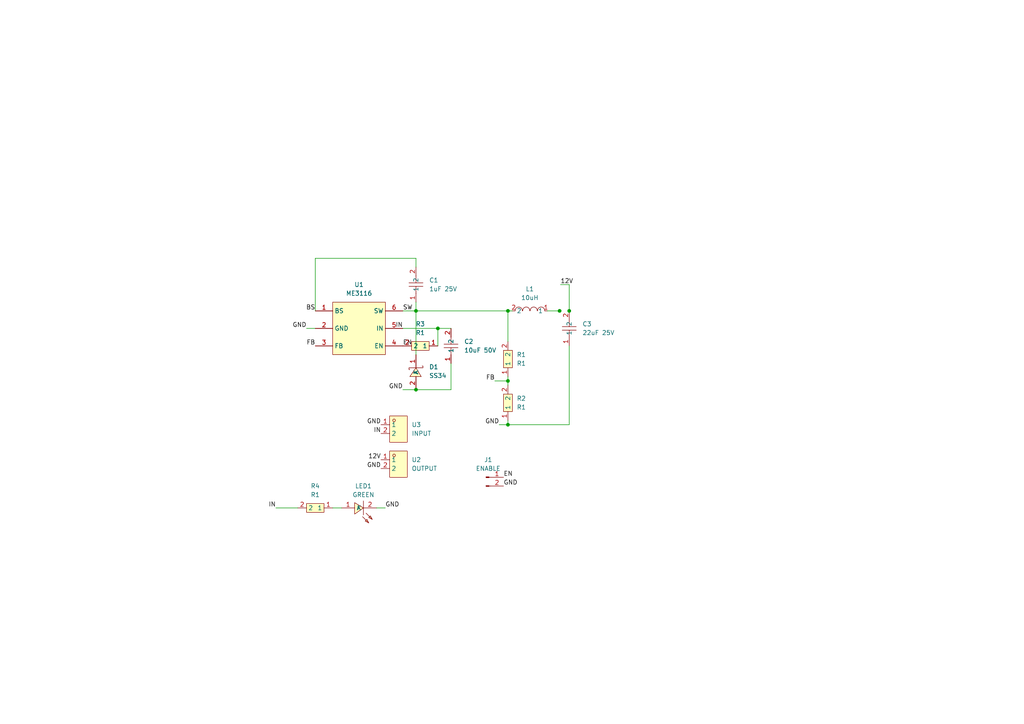
<source format=kicad_sch>
(kicad_sch (version 20250114) (generator "eeschema") (generator_version "9.0")
  (paper "A4")
  (lib_symbols
    (symbol "Connector:Conn_01x02_Pin" (pin_names (offset 1.016) (hide yes))
      (property "Reference" "J" (at 0 2.54 0))
      (property "Value" "Conn_01x02_Pin" (at 0 -5.08 0))
      (symbol "Conn_01x02_Pin_1_1"
        (rectangle (start 0.8636 0.127) (end 0 -0.127) (stroke (width 0.1524)) (fill (type outline)))
        (rectangle (start 0.8636 -2.413) (end 0 -2.667) (stroke (width 0.1524)) (fill (type outline)))
        (polyline (pts (xy 1.27 0) (xy 0.8636 0)) (stroke (width 0.1524)))
        (polyline (pts (xy 1.27 -2.54) (xy 0.8636 -2.54)) (stroke (width 0.1524)))
        (pin passive line (at 5.08 0 180) (length 3.81) (name "Pin_1") (number "1"))
        (pin passive line (at 5.08 -2.54 180) (length 3.81) (name "Pin_2") (number "2"))
      )
    )
    (symbol "easyeda2kicad:0630CDMCDDS-3R3MC"
      (property "Reference" "L" (at 0 5.08 0))
      (property "Value" "0630CDMCDDS-3R3MC" (at 0 -5.08 0))
      (symbol "0630CDMCDDS-3R3MC_0_1"
        (arc (start -2.27 -0.02) (mid -3.28 -1.1255) (end -4.29 -0.02))
        (arc (start -0.11 -0.02) (mid -1.12 -1.1204) (end -2.13 -0.02))
        (arc (start 2.04 -0.02) (mid 1.03 -1.1204) (end 0.02 -0.02))
        (arc (start 4.23 -0.02) (mid 3.22 -1.1204) (end 2.21 -0.02))
        (pin unspecified line (at -5.08 0 0) (length 0.762) (name "1") (number "1"))
        (pin unspecified line (at 5.08 0 180) (length 0.762) (name "2") (number "2"))
      )
    )
    (symbol "easyeda2kicad:CS3225X7R106K500NRL"
      (property "Reference" "C" (at 0 5.08 0))
      (property "Value" "CS3225X7R106K500NRL" (at 0 -5.08 0))
      (symbol "CS3225X7R106K500NRL_0_1"
        (polyline (pts (xy -0.51 0) (xy -2.54 0)))
        (polyline (pts (xy -0.51 -2.03) (xy -0.51 2.03)))
        (polyline (pts (xy 0.51 2.03) (xy 0.51 -2.03)))
        (polyline (pts (xy 2.54 0) (xy 0.51 0)))
        (pin unspecified line (at -5.08 0 0) (length 2.54) (name "1") (number "1"))
        (pin unspecified line (at 5.08 0 180) (length 2.54) (name "2") (number "2"))
      )
    )
    (symbol "easyeda2kicad:KF301-5.0-2P"
      (property "Reference" "U" (at 0 6.35 0))
      (property "Value" "KF301-5.0-2P" (at 0 -6.35 0))
      (symbol "KF301-5.0-2P_0_1"
        (rectangle (start -2.54 3.81) (end 2.54 -3.81) (fill (type background)))
        (circle (center -1.27 2.54) (radius 0.38))
        (pin unspecified line (at -5.08 1.27 0) (length 2.54) (name "1") (number "1"))
        (pin unspecified line (at -5.08 -1.27 0) (length 2.54) (name "2") (number "2"))
      )
    )
    (symbol "easyeda2kicad:ME3116"
      (property "Reference" "U" (at 0 10.16 0))
      (property "Value" "ME3116" (at 0 -10.16 0))
      (symbol "ME3116_0_1"
        (rectangle (start -7.62 7.62) (end 7.62 -7.62) (fill (type background)))
        (pin unspecified line (at -12.7 5.08 0) (length 5.08) (name "BS") (number "1"))
        (pin unspecified line (at -12.7 0 0) (length 5.08) (name "GND") (number "2"))
        (pin unspecified line (at -12.7 -5.08 0) (length 5.08) (name "FB") (number "3"))
        (pin unspecified line (at 12.7 5.08 180) (length 5.08) (name "SW") (number "6"))
        (pin unspecified line (at 12.7 0 180) (length 5.08) (name "IN") (number "5"))
        (pin unspecified line (at 12.7 -5.08 180) (length 5.08) (name "EN") (number "4"))
      )
    )
    (symbol "easyeda2kicad:ORH-YG36A(0.6T)"
      (property "Reference" "LED" (at 0 5.08 0))
      (property "Value" "ORH-YG36A(0.6T)" (at 0 -5.08 0))
      (symbol "ORH-YG36A(0.6T)_0_1"
        (polyline (pts (xy -3.81 3.3) (xy -2.79 2.79) (xy -3.3 2.29) (xy -3.81 3.3)) (fill (type background)))
        (polyline (pts (xy -2.79 4.32) (xy -1.78 3.81) (xy -2.29 3.3) (xy -2.79 4.32)) (fill (type background)))
        (polyline (pts (xy -2.03 1.52) (xy -3.81 3.3)))
        (polyline (pts (xy -1.27 2.03) (xy -1.27 -2.03)))
        (polyline (pts (xy -1.02 2.54) (xy -2.79 4.32)))
        (polyline (pts (xy 1.27 -1.52) (xy -1.27 0) (xy 1.27 1.78) (xy 1.27 -1.52)) (fill (type background)))
        (pin unspecified line (at -5.08 0 0) (length 3.81) (name "K") (number "2"))
        (pin unspecified line (at 5.08 0 180) (length 3.81) (name "A") (number "1"))
      )
    )
    (symbol "easyeda2kicad:SS34_C8678"
      (property "Reference" "D" (at 0 5.08 0))
      (property "Value" "SS34_C8678" (at 0 -5.08 0))
      (symbol "SS34_C8678_0_1"
        (polyline (pts (xy -1.27 0) (xy -1.27 2.03) (xy -1.78 2.03) (xy -1.78 1.78)))
        (polyline (pts (xy -1.27 0) (xy -1.27 -2.03) (xy -0.76 -2.03) (xy -0.76 -1.78)))
        (polyline (pts (xy 1.27 1.52) (xy -1.27 0) (xy 1.27 -1.78) (xy 1.27 1.52)) (fill (type background)))
        (pin unspecified line (at -5.08 0 0) (length 3.81) (name "K") (number "1"))
        (pin unspecified line (at 5.08 0 180) (length 3.81) (name "A") (number "2"))
      )
    )
    (symbol "easyeda2kicad:TCC0603X7R104K500CT"
      (property "Reference" "C" (at 0 10.16 0))
      (property "Value" "TCC0603X7R104K500CT" (at 0 -10.16 0))
      (symbol "TCC0603X7R104K500CT_0_1"
        (polyline (pts (xy -2.03 0.51) (xy 2.03 0.51)))
        (polyline (pts (xy 0 2.54) (xy 0 0.51)))
        (polyline (pts (xy 0 -0.51) (xy 0 -2.54)))
        (polyline (pts (xy 2.03 -0.51) (xy -2.03 -0.51)))
        (pin unspecified line (at 0 5.08 270) (length 2.54) (name "2") (number "2"))
        (pin unspecified line (at 0 -5.08 90) (length 2.54) (name "1") (number "1"))
      )
    )
    (symbol "easyeda2kicad:WR06X102JGL"
      (property "Reference" "R" (at 0 5.08 0))
      (property "Value" "WR06X102JGL" (at 0 -5.08 0))
      (symbol "WR06X102JGL_0_1"
        (rectangle (start -2.54 1.27) (end 2.54 -1.27) (fill (type background)))
        (pin unspecified line (at -5.08 0 0) (length 2.54) (name "1") (number "1"))
        (pin unspecified line (at 5.08 0 180) (length 2.54) (name "2") (number "2"))
      )
    )
  )
  (junction (at 120.65 113.03))
  (junction (at 147.32 90.17))
  (junction (at 147.32 123.19))
  (junction (at 147.32 110.49))
  (junction (at 127 95.25))
  (junction (at 120.65 90.17))
  (junction (at 165.1 90.17))
  (junction (at 162.303 90.17))
  (wire (pts (xy 116.84 113.03) (xy 120.65 113.03)))
  (wire (pts (xy 165.1 82.55) (xy 165.1 90.17)))
  (wire (pts (xy 120.65 74.93) (xy 120.65 77.47)))
  (wire (pts (xy 147.32 90.17) (xy 148.59 90.17)))
  (wire (pts (xy 116.84 90.17) (xy 120.65 90.17)))
  (wire (pts (xy 144.78 123.19) (xy 147.32 123.19)))
  (wire (pts (xy 147.32 111.76) (xy 147.32 110.49)))
  (wire (pts (xy 91.44 90.17) (xy 91.44 74.93)))
  (wire (pts (xy 99.06 147.32) (xy 96.52 147.32)))
  (wire (pts (xy 116.84 95.25) (xy 127 95.25)))
  (wire (pts (xy 165.1 100.33) (xy 165.1 123.19)))
  (wire (pts (xy 120.65 87.63) (xy 120.65 90.17)))
  (wire (pts (xy 91.44 74.93) (xy 120.65 74.93)))
  (wire (pts (xy 111.76 147.32) (xy 109.22 147.32)))
  (wire (pts (xy 143.51 110.49) (xy 147.32 110.49)))
  (wire (pts (xy 165.1 82.55) (xy 162.56 82.55)))
  (wire (pts (xy 158.75 90.17) (xy 165.1 90.17)))
  (wire (pts (xy 147.32 123.19) (xy 147.32 121.92)))
  (wire (pts (xy 165.1 123.19) (xy 147.32 123.19)))
  (wire (pts (xy 147.32 109.22) (xy 147.32 110.49)))
  (wire (pts (xy 130.81 105.41) (xy 130.81 113.03)))
  (wire (pts (xy 120.65 90.17) (xy 147.32 90.17)))
  (wire (pts (xy 127 95.25) (xy 130.81 95.25)))
  (wire (pts (xy 130.81 113.03) (xy 120.65 113.03)))
  (wire (pts (xy 88.9 95.25) (xy 91.44 95.25)))
  (wire (pts (xy 80.01 147.32) (xy 86.36 147.32)))
  (wire (pts (xy 147.32 99.06) (xy 147.32 90.17)))
  (wire (pts (xy 120.65 90.17) (xy 120.65 102.87)))
  (wire (pts (xy 127 95.25) (xy 127 100.33)))
  (label "EN" (at 116.84 100.33 0))
  (label "SW" (at 116.84 90.17 0))
  (label "GND" (at 146.05 140.97 0))
  (label "GND" (at 116.84 113.03 180))
  (label "GND" (at 144.78 123.19 180))
  (label "GND" (at 88.9 95.25 180))
  (label "FB" (at 91.44 100.33 180))
  (label "IN" (at 80.01 147.32 180))
  (label "GND" (at 111.76 147.32 0))
  (label "12V" (at 162.56 82.55 0))
  (label "IN" (at 116.84 95.25 180))
  (label "EN" (at 146.05 138.43 0))
  (label "GND" (at 110.49 135.89 180))
  (label "BS" (at 91.44 90.17 180))
  (label "GND" (at 110.49 123.19 180))
  (label "FB" (at 143.51 110.49 180))
  (label "IN" (at 110.49 125.73 180))
  (label "12V" (at 110.49 133.35 180))
  (symbol (lib_id "easyeda2kicad:WR06X102JGL") (at 91.44 147.32 180) (unit 1)
    (property "Reference" "R4" (at 91.44 140.97 0))
    (property "Value" "R1" (at 91.44 143.51 0))
    (property "Footprint" "easyeda2kicad:R0603" (effects (hide yes)))
    (property "LCSC Part" "C2918515" (effects (hide yes)))
  )
  (symbol (lib_id "easyeda2kicad:TCC0603X7R104K500CT") (at 120.65 82.55 0) (unit 1)
    (property "Reference" "C1" (at 124.46 81.2799 0) (effects (justify left)))
    (property "Value" "1uF 25V" (at 124.46 83.8199 0) (effects (justify left)))
    (property "Footprint" "easyeda2kicad:C0603" (effects (hide yes)))
    (property "Datasheet" "https://lcsc.com/product-detail/Multilayer-Ceramic-Capacitors-MLCC-SMD-SMT_CCTC-TCC0603X7R104K500CT_C282519.html" (effects (hide yes)))
    (property "LCSC Part" "C282519" (effects (hide yes)))
  )
  (symbol (lib_id "easyeda2kicad:ORH-YG36A(0.6T)") (at 104.14 147.32 180) (unit 1)
    (property "Reference" "LED1" (at 105.41 140.97 0))
    (property "Value" "GREEN" (at 105.41 143.51 0))
    (property "Footprint" "easyeda2kicad:LED0603-R-RD" (effects (hide yes)))
    (property "Datasheet" "https://lcsc.com/product-detail/Light-Emitting-Diodes-LED_0603-yellow-green_C205450.html" (effects (hide yes)))
    (property "LCSC Part" "C205450" (effects (hide yes)))
  )
  (symbol (lib_id "easyeda2kicad:SS34_C8678") (at 120.65 107.95 270) (unit 1)
    (property "Reference" "D1" (at 124.46 106.4249 90) (effects (justify left)))
    (property "Value" "SS34" (at 124.46 108.9649 90) (effects (justify left)))
    (property "Footprint" "easyeda2kicad:SMA_L4.3-W2.6-LS5.2-RD" (effects (hide yes)))
    (property "Datasheet" "https://lcsc.com/product-detail/Schottky-Barrier-Diodes-SBD_SS34_C8678.html" (effects (hide yes)))
    (property "LCSC Part" "C8678" (effects (hide yes)))
  )
  (symbol (lib_id "easyeda2kicad:CS3225X7R106K500NRL") (at 130.81 100.33 90) (unit 1)
    (property "Reference" "C2" (at 134.62 99.0599 90) (effects (justify right)))
    (property "Value" "10uF 50V" (at 134.62 101.5999 90) (effects (justify right)))
    (property "Footprint" "easyeda2kicad:C1210" (effects (hide yes)))
    (property "LCSC Part" "C2918502" (effects (hide yes)))
  )
  (symbol (lib_id "Connector:Conn_01x02_Pin") (at 140.97 138.43 0) (unit 1)
    (property "Reference" "J1" (at 141.605 133.35 0))
    (property "Value" "ENABLE" (at 141.605 135.89 0))
    (property "Footprint" "Connector_PinHeader_2.54mm:PinHeader_1x02_P2.54mm_Vertical" (effects (hide yes)))
    (property "Description" "Generic connector, single row, 01x02, script generated" (effects (hide yes)))
  )
  (symbol (lib_id "easyeda2kicad:CS3225X7R106K500NRL") (at 165.1 95.25 90) (unit 1)
    (property "Reference" "C3" (at 168.91 93.9799 90) (effects (justify right)))
    (property "Value" "22uF 25V" (at 168.91 96.5199 90) (effects (justify right)))
    (property "Footprint" "easyeda2kicad:C1210" (effects (hide yes)))
    (property "LCSC Part" "C2918502" (effects (hide yes)))
  )
  (symbol (lib_id "easyeda2kicad:0630CDMCDDS-3R3MC") (at 153.67 90.17 180) (unit 1)
    (property "Reference" "L1" (at 153.67 83.82 0))
    (property "Value" "10uH" (at 153.67 86.36 0))
    (property "Footprint" "easyeda2kicad:IND-SMD_L7.0-W6.6_0630CDMCCDS" (effects (hide yes)))
    (property "LCSC Part" "C2961890" (effects (hide yes)))
  )
  (symbol (lib_id "easyeda2kicad:KF301-5.0-2P") (at 115.57 124.46 0) (unit 1)
    (property "Reference" "U3" (at 119.38 123.1899 0) (effects (justify left)))
    (property "Value" "INPUT" (at 119.38 125.7299 0) (effects (justify left)))
    (property "Footprint" "easyeda2kicad:CONN-TH_P5.00_KF301-5.0-2P" (effects (hide yes)))
    (property "Datasheet" "https://lcsc.com/product-detail/New-Quadratic-Unclassified-Data_Cixi-Kefa-Elec-KF301-5-0-2P_C474881.html" (effects (hide yes)))
    (property "LCSC Part" "C474881" (effects (hide yes)))
  )
  (symbol (lib_id "easyeda2kicad:KF301-5.0-2P") (at 115.57 134.62 0) (unit 1)
    (property "Reference" "U2" (at 119.38 133.3499 0) (effects (justify left)))
    (property "Value" "OUTPUT" (at 119.38 135.8899 0) (effects (justify left)))
    (property "Footprint" "easyeda2kicad:CONN-TH_P5.00_KF301-5.0-2P" (effects (hide yes)))
    (property "Datasheet" "https://lcsc.com/product-detail/New-Quadratic-Unclassified-Data_Cixi-Kefa-Elec-KF301-5-0-2P_C474881.html" (effects (hide yes)))
    (property "LCSC Part" "C474881" (effects (hide yes)))
  )
  (symbol (lib_id "easyeda2kicad:WR06X102JGL") (at 147.32 116.84 90) (unit 1)
    (property "Reference" "R2" (at 149.86 115.5699 90) (effects (justify right)))
    (property "Value" "R1" (at 149.86 118.1099 90) (effects (justify right)))
    (property "Footprint" "easyeda2kicad:R0603" (effects (hide yes)))
    (property "LCSC Part" "C2918515" (effects (hide yes)))
  )
  (symbol (lib_id "easyeda2kicad:WR06X102JGL") (at 121.92 100.33 180) (unit 1)
    (property "Reference" "R3" (at 121.92 93.98 0))
    (property "Value" "R1" (at 121.92 96.52 0))
    (property "Footprint" "easyeda2kicad:R0603" (effects (hide yes)))
    (property "LCSC Part" "C2918515" (effects (hide yes)))
  )
  (symbol (lib_id "easyeda2kicad:ME3116") (at 104.14 95.25 0) (unit 1)
    (property "Reference" "U1" (at 104.14 82.55 0))
    (property "Value" "ME3116" (at 104.14 85.09 0))
    (property "Footprint" "easyeda2kicad:SOT-23-6_L2.9-W1.6-P0.95-LS2.8-BL" (effects (hide yes)))
    (property "Datasheet" "https://lcsc.com/product-detail/DC-DC-Converters_ME3116_C97643.html" (effects (hide yes)))
    (property "LCSC Part" "C97643" (effects (hide yes)))
  )
  (symbol (lib_id "easyeda2kicad:WR06X102JGL") (at 147.32 104.14 90) (unit 1)
    (property "Reference" "R1" (at 149.86 102.8699 90) (effects (justify right)))
    (property "Value" "R1" (at 149.86 105.4099 90) (effects (justify right)))
    (property "Footprint" "easyeda2kicad:R0603" (effects (hide yes)))
    (property "LCSC Part" "C2918515" (effects (hide yes)))
  )
)
</source>
